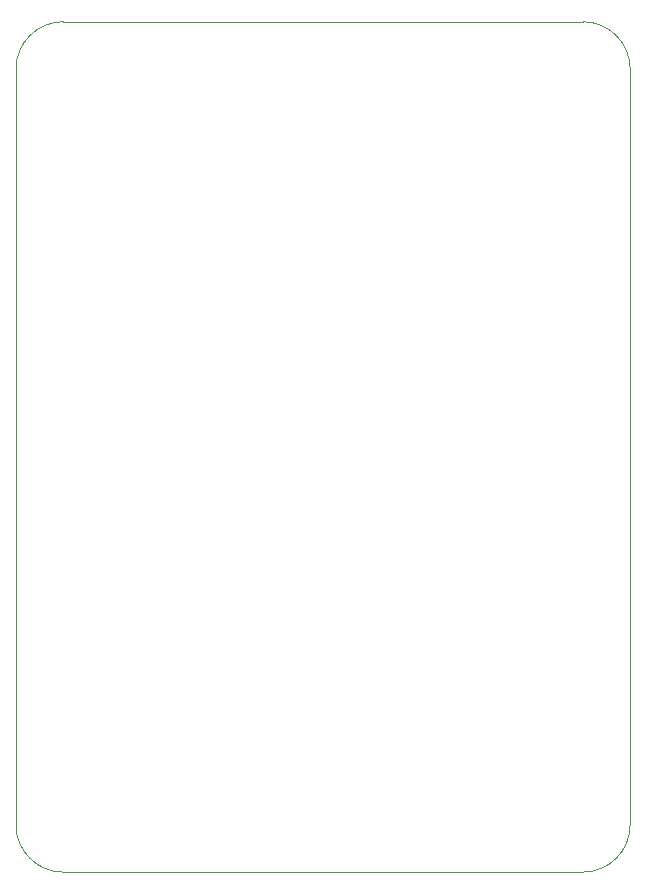
<source format=gbr>
%TF.GenerationSoftware,KiCad,Pcbnew,(5.1.9)-1*%
%TF.CreationDate,2021-05-19T19:29:26-04:00*%
%TF.ProjectId,ava_r2_bottom,6176615f-7232-45f6-926f-74746f6d2e6b,rev?*%
%TF.SameCoordinates,Original*%
%TF.FileFunction,Profile,NP*%
%FSLAX46Y46*%
G04 Gerber Fmt 4.6, Leading zero omitted, Abs format (unit mm)*
G04 Created by KiCad (PCBNEW (5.1.9)-1) date 2021-05-19 19:29:26*
%MOMM*%
%LPD*%
G01*
G04 APERTURE LIST*
%TA.AperFunction,Profile*%
%ADD10C,0.100000*%
%TD*%
G04 APERTURE END LIST*
D10*
X184000000Y-44000000D02*
X228000000Y-44000000D01*
X180000000Y-112000000D02*
X180000000Y-48000000D01*
X228000000Y-116000000D02*
X184000000Y-116000000D01*
X232000000Y-48000000D02*
X232000000Y-112000000D01*
X184000000Y-116000000D02*
G75*
G02*
X180000000Y-112000000I0J4000000D01*
G01*
X232000000Y-112000000D02*
G75*
G02*
X228000000Y-116000000I-4000000J0D01*
G01*
X180000000Y-48000000D02*
G75*
G02*
X184000000Y-44000000I4000000J0D01*
G01*
X228000000Y-44000000D02*
G75*
G02*
X232000000Y-48000000I0J-4000000D01*
G01*
M02*

</source>
